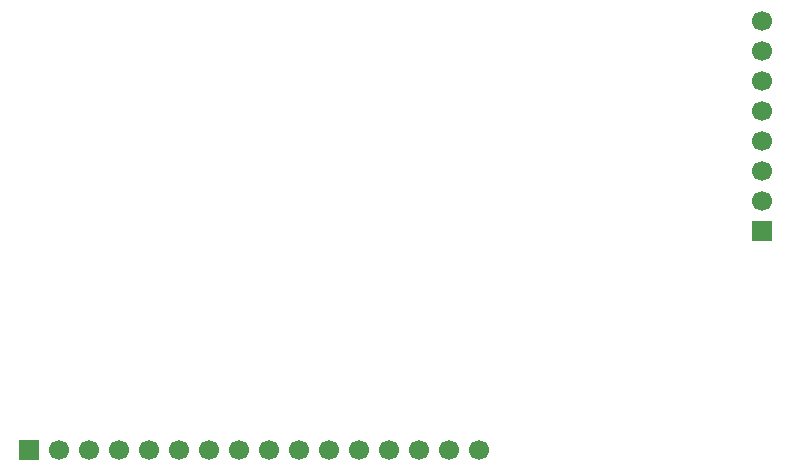
<source format=gbr>
%TF.GenerationSoftware,KiCad,Pcbnew,9.0.7-9.0.7~ubuntu24.04.1*%
%TF.CreationDate,2026-02-22T00:30:48+00:00*%
%TF.ProjectId,led-matrix,6c65642d-6d61-4747-9269-782e6b696361,rev?*%
%TF.SameCoordinates,Original*%
%TF.FileFunction,Soldermask,Bot*%
%TF.FilePolarity,Negative*%
%FSLAX46Y46*%
G04 Gerber Fmt 4.6, Leading zero omitted, Abs format (unit mm)*
G04 Created by KiCad (PCBNEW 9.0.7-9.0.7~ubuntu24.04.1) date 2026-02-22 00:30:48*
%MOMM*%
%LPD*%
G01*
G04 APERTURE LIST*
%ADD10R,1.700000X1.700000*%
%ADD11C,1.700000*%
G04 APERTURE END LIST*
D10*
%TO.C,U1*%
X152500000Y-62500000D03*
D11*
X152500000Y-59960000D03*
X152500000Y-57420000D03*
X152500000Y-54880000D03*
X152500000Y-52340000D03*
X152500000Y-49800000D03*
X152500000Y-47260000D03*
X152500000Y-44720000D03*
%TD*%
D10*
%TO.C,U2*%
X90440000Y-81000000D03*
D11*
X92980000Y-81000000D03*
X95520000Y-81000000D03*
X98060000Y-81000000D03*
X100600000Y-81000000D03*
X103140000Y-81000000D03*
X105680000Y-81000000D03*
X108220000Y-81000000D03*
X110760000Y-81000000D03*
X113300000Y-81000000D03*
X115840000Y-81000000D03*
X118380000Y-81000000D03*
X120920000Y-81000000D03*
X123460000Y-81000000D03*
X126000000Y-81000000D03*
X128540000Y-81000000D03*
%TD*%
M02*

</source>
